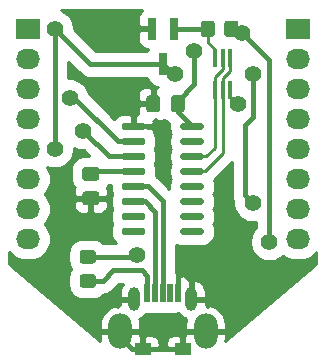
<source format=gbr>
G04 #@! TF.GenerationSoftware,KiCad,Pcbnew,5.1.10-88a1d61d58~90~ubuntu20.04.1*
G04 #@! TF.CreationDate,2021-08-10T18:40:43-04:00*
G04 #@! TF.ProjectId,ESP32-CAM-USB-Flasher,45535033-322d-4434-914d-2d5553422d46,rev?*
G04 #@! TF.SameCoordinates,PX354a940PY6350ce0*
G04 #@! TF.FileFunction,Copper,L1,Top*
G04 #@! TF.FilePolarity,Positive*
%FSLAX46Y46*%
G04 Gerber Fmt 4.6, Leading zero omitted, Abs format (unit mm)*
G04 Created by KiCad (PCBNEW 5.1.10-88a1d61d58~90~ubuntu20.04.1) date 2021-08-10 18:40:43*
%MOMM*%
%LPD*%
G01*
G04 APERTURE LIST*
G04 #@! TA.AperFunction,ComponentPad*
%ADD10O,2.032000X1.727200*%
G04 #@! TD*
G04 #@! TA.AperFunction,ComponentPad*
%ADD11R,2.032000X1.727200*%
G04 #@! TD*
G04 #@! TA.AperFunction,SMDPad,CuDef*
%ADD12R,0.800000X1.900000*%
G04 #@! TD*
G04 #@! TA.AperFunction,SMDPad,CuDef*
%ADD13R,0.400000X1.500000*%
G04 #@! TD*
G04 #@! TA.AperFunction,ComponentPad*
%ADD14O,2.000000X3.000000*%
G04 #@! TD*
G04 #@! TA.AperFunction,ComponentPad*
%ADD15O,1.000000X2.000000*%
G04 #@! TD*
G04 #@! TA.AperFunction,SMDPad,CuDef*
%ADD16R,0.500000X1.600000*%
G04 #@! TD*
G04 #@! TA.AperFunction,SMDPad,CuDef*
%ADD17R,1.400000X1.000000*%
G04 #@! TD*
G04 #@! TA.AperFunction,ViaPad*
%ADD18C,1.400000*%
G04 #@! TD*
G04 #@! TA.AperFunction,Conductor*
%ADD19C,0.400000*%
G04 #@! TD*
G04 #@! TA.AperFunction,Conductor*
%ADD20C,0.250000*%
G04 #@! TD*
G04 #@! TA.AperFunction,Conductor*
%ADD21C,0.254000*%
G04 #@! TD*
G04 #@! TA.AperFunction,Conductor*
%ADD22C,0.050000*%
G04 #@! TD*
G04 APERTURE END LIST*
D10*
G04 #@! TO.P,J3,8*
G04 #@! TO.N,+5V*
X25400000Y10160000D03*
G04 #@! TO.P,J3,7*
G04 #@! TO.N,Net-(J1-Pad1)*
X25400000Y12700000D03*
G04 #@! TO.P,J3,6*
G04 #@! TO.N,N/C*
X25400000Y15240000D03*
G04 #@! TO.P,J3,5*
X25400000Y17780000D03*
G04 #@! TO.P,J3,4*
X25400000Y20320000D03*
G04 #@! TO.P,J3,3*
X25400000Y22860000D03*
G04 #@! TO.P,J3,2*
X25400000Y25400000D03*
D11*
G04 #@! TO.P,J3,1*
X25400000Y27940000D03*
G04 #@! TD*
D10*
G04 #@! TO.P,J1,8*
G04 #@! TO.N,N/C*
X2540000Y10160000D03*
G04 #@! TO.P,J1,7*
X2540000Y12700000D03*
G04 #@! TO.P,J1,6*
G04 #@! TO.N,/GPIO0*
X2540000Y15240000D03*
G04 #@! TO.P,J1,5*
G04 #@! TO.N,Net-(J1-Pad1)*
X2540000Y17780000D03*
G04 #@! TO.P,J1,4*
G04 #@! TO.N,N/C*
X2540000Y20320000D03*
G04 #@! TO.P,J1,3*
G04 #@! TO.N,/URXD*
X2540000Y22860000D03*
G04 #@! TO.P,J1,2*
G04 #@! TO.N,/UTXD*
X2540000Y25400000D03*
D11*
G04 #@! TO.P,J1,1*
G04 #@! TO.N,Net-(J1-Pad1)*
X2540000Y27940000D03*
G04 #@! TD*
G04 #@! TO.P,U1,16*
G04 #@! TO.N,+5V*
G04 #@! TA.AperFunction,SMDPad,CuDef*
G36*
G01*
X15470000Y19535000D02*
X15470000Y19835000D01*
G75*
G02*
X15620000Y19985000I150000J0D01*
G01*
X17270000Y19985000D01*
G75*
G02*
X17420000Y19835000I0J-150000D01*
G01*
X17420000Y19535000D01*
G75*
G02*
X17270000Y19385000I-150000J0D01*
G01*
X15620000Y19385000D01*
G75*
G02*
X15470000Y19535000I0J150000D01*
G01*
G37*
G04 #@! TD.AperFunction*
G04 #@! TO.P,U1,15*
G04 #@! TO.N,N/C*
G04 #@! TA.AperFunction,SMDPad,CuDef*
G36*
G01*
X15470000Y18265000D02*
X15470000Y18565000D01*
G75*
G02*
X15620000Y18715000I150000J0D01*
G01*
X17270000Y18715000D01*
G75*
G02*
X17420000Y18565000I0J-150000D01*
G01*
X17420000Y18265000D01*
G75*
G02*
X17270000Y18115000I-150000J0D01*
G01*
X15620000Y18115000D01*
G75*
G02*
X15470000Y18265000I0J150000D01*
G01*
G37*
G04 #@! TD.AperFunction*
G04 #@! TO.P,U1,14*
G04 #@! TO.N,/RTS*
G04 #@! TA.AperFunction,SMDPad,CuDef*
G36*
G01*
X15470000Y16995000D02*
X15470000Y17295000D01*
G75*
G02*
X15620000Y17445000I150000J0D01*
G01*
X17270000Y17445000D01*
G75*
G02*
X17420000Y17295000I0J-150000D01*
G01*
X17420000Y16995000D01*
G75*
G02*
X17270000Y16845000I-150000J0D01*
G01*
X15620000Y16845000D01*
G75*
G02*
X15470000Y16995000I0J150000D01*
G01*
G37*
G04 #@! TD.AperFunction*
G04 #@! TO.P,U1,13*
G04 #@! TO.N,/DTR*
G04 #@! TA.AperFunction,SMDPad,CuDef*
G36*
G01*
X15470000Y15725000D02*
X15470000Y16025000D01*
G75*
G02*
X15620000Y16175000I150000J0D01*
G01*
X17270000Y16175000D01*
G75*
G02*
X17420000Y16025000I0J-150000D01*
G01*
X17420000Y15725000D01*
G75*
G02*
X17270000Y15575000I-150000J0D01*
G01*
X15620000Y15575000D01*
G75*
G02*
X15470000Y15725000I0J150000D01*
G01*
G37*
G04 #@! TD.AperFunction*
G04 #@! TO.P,U1,12*
G04 #@! TO.N,N/C*
G04 #@! TA.AperFunction,SMDPad,CuDef*
G36*
G01*
X15470000Y14455000D02*
X15470000Y14755000D01*
G75*
G02*
X15620000Y14905000I150000J0D01*
G01*
X17270000Y14905000D01*
G75*
G02*
X17420000Y14755000I0J-150000D01*
G01*
X17420000Y14455000D01*
G75*
G02*
X17270000Y14305000I-150000J0D01*
G01*
X15620000Y14305000D01*
G75*
G02*
X15470000Y14455000I0J150000D01*
G01*
G37*
G04 #@! TD.AperFunction*
G04 #@! TO.P,U1,11*
G04 #@! TA.AperFunction,SMDPad,CuDef*
G36*
G01*
X15470000Y13185000D02*
X15470000Y13485000D01*
G75*
G02*
X15620000Y13635000I150000J0D01*
G01*
X17270000Y13635000D01*
G75*
G02*
X17420000Y13485000I0J-150000D01*
G01*
X17420000Y13185000D01*
G75*
G02*
X17270000Y13035000I-150000J0D01*
G01*
X15620000Y13035000D01*
G75*
G02*
X15470000Y13185000I0J150000D01*
G01*
G37*
G04 #@! TD.AperFunction*
G04 #@! TO.P,U1,10*
G04 #@! TA.AperFunction,SMDPad,CuDef*
G36*
G01*
X15470000Y11915000D02*
X15470000Y12215000D01*
G75*
G02*
X15620000Y12365000I150000J0D01*
G01*
X17270000Y12365000D01*
G75*
G02*
X17420000Y12215000I0J-150000D01*
G01*
X17420000Y11915000D01*
G75*
G02*
X17270000Y11765000I-150000J0D01*
G01*
X15620000Y11765000D01*
G75*
G02*
X15470000Y11915000I0J150000D01*
G01*
G37*
G04 #@! TD.AperFunction*
G04 #@! TO.P,U1,9*
G04 #@! TA.AperFunction,SMDPad,CuDef*
G36*
G01*
X15470000Y10645000D02*
X15470000Y10945000D01*
G75*
G02*
X15620000Y11095000I150000J0D01*
G01*
X17270000Y11095000D01*
G75*
G02*
X17420000Y10945000I0J-150000D01*
G01*
X17420000Y10645000D01*
G75*
G02*
X17270000Y10495000I-150000J0D01*
G01*
X15620000Y10495000D01*
G75*
G02*
X15470000Y10645000I0J150000D01*
G01*
G37*
G04 #@! TD.AperFunction*
G04 #@! TO.P,U1,8*
G04 #@! TA.AperFunction,SMDPad,CuDef*
G36*
G01*
X10520000Y10645000D02*
X10520000Y10945000D01*
G75*
G02*
X10670000Y11095000I150000J0D01*
G01*
X12320000Y11095000D01*
G75*
G02*
X12470000Y10945000I0J-150000D01*
G01*
X12470000Y10645000D01*
G75*
G02*
X12320000Y10495000I-150000J0D01*
G01*
X10670000Y10495000D01*
G75*
G02*
X10520000Y10645000I0J150000D01*
G01*
G37*
G04 #@! TD.AperFunction*
G04 #@! TO.P,U1,7*
G04 #@! TA.AperFunction,SMDPad,CuDef*
G36*
G01*
X10520000Y11915000D02*
X10520000Y12215000D01*
G75*
G02*
X10670000Y12365000I150000J0D01*
G01*
X12320000Y12365000D01*
G75*
G02*
X12470000Y12215000I0J-150000D01*
G01*
X12470000Y11915000D01*
G75*
G02*
X12320000Y11765000I-150000J0D01*
G01*
X10670000Y11765000D01*
G75*
G02*
X10520000Y11915000I0J150000D01*
G01*
G37*
G04 #@! TD.AperFunction*
G04 #@! TO.P,U1,6*
G04 #@! TO.N,/D-*
G04 #@! TA.AperFunction,SMDPad,CuDef*
G36*
G01*
X10520000Y13185000D02*
X10520000Y13485000D01*
G75*
G02*
X10670000Y13635000I150000J0D01*
G01*
X12320000Y13635000D01*
G75*
G02*
X12470000Y13485000I0J-150000D01*
G01*
X12470000Y13185000D01*
G75*
G02*
X12320000Y13035000I-150000J0D01*
G01*
X10670000Y13035000D01*
G75*
G02*
X10520000Y13185000I0J150000D01*
G01*
G37*
G04 #@! TD.AperFunction*
G04 #@! TO.P,U1,5*
G04 #@! TO.N,/D+*
G04 #@! TA.AperFunction,SMDPad,CuDef*
G36*
G01*
X10520000Y14455000D02*
X10520000Y14755000D01*
G75*
G02*
X10670000Y14905000I150000J0D01*
G01*
X12320000Y14905000D01*
G75*
G02*
X12470000Y14755000I0J-150000D01*
G01*
X12470000Y14455000D01*
G75*
G02*
X12320000Y14305000I-150000J0D01*
G01*
X10670000Y14305000D01*
G75*
G02*
X10520000Y14455000I0J150000D01*
G01*
G37*
G04 #@! TD.AperFunction*
G04 #@! TO.P,U1,4*
G04 #@! TO.N,Net-(C1-Pad2)*
G04 #@! TA.AperFunction,SMDPad,CuDef*
G36*
G01*
X10520000Y15725000D02*
X10520000Y16025000D01*
G75*
G02*
X10670000Y16175000I150000J0D01*
G01*
X12320000Y16175000D01*
G75*
G02*
X12470000Y16025000I0J-150000D01*
G01*
X12470000Y15725000D01*
G75*
G02*
X12320000Y15575000I-150000J0D01*
G01*
X10670000Y15575000D01*
G75*
G02*
X10520000Y15725000I0J150000D01*
G01*
G37*
G04 #@! TD.AperFunction*
G04 #@! TO.P,U1,3*
G04 #@! TO.N,/UTXD*
G04 #@! TA.AperFunction,SMDPad,CuDef*
G36*
G01*
X10520000Y16995000D02*
X10520000Y17295000D01*
G75*
G02*
X10670000Y17445000I150000J0D01*
G01*
X12320000Y17445000D01*
G75*
G02*
X12470000Y17295000I0J-150000D01*
G01*
X12470000Y16995000D01*
G75*
G02*
X12320000Y16845000I-150000J0D01*
G01*
X10670000Y16845000D01*
G75*
G02*
X10520000Y16995000I0J150000D01*
G01*
G37*
G04 #@! TD.AperFunction*
G04 #@! TO.P,U1,2*
G04 #@! TO.N,/URXD*
G04 #@! TA.AperFunction,SMDPad,CuDef*
G36*
G01*
X10520000Y18265000D02*
X10520000Y18565000D01*
G75*
G02*
X10670000Y18715000I150000J0D01*
G01*
X12320000Y18715000D01*
G75*
G02*
X12470000Y18565000I0J-150000D01*
G01*
X12470000Y18265000D01*
G75*
G02*
X12320000Y18115000I-150000J0D01*
G01*
X10670000Y18115000D01*
G75*
G02*
X10520000Y18265000I0J150000D01*
G01*
G37*
G04 #@! TD.AperFunction*
G04 #@! TO.P,U1,1*
G04 #@! TO.N,GND*
G04 #@! TA.AperFunction,SMDPad,CuDef*
G36*
G01*
X10520000Y19535000D02*
X10520000Y19835000D01*
G75*
G02*
X10670000Y19985000I150000J0D01*
G01*
X12320000Y19985000D01*
G75*
G02*
X12470000Y19835000I0J-150000D01*
G01*
X12470000Y19535000D01*
G75*
G02*
X12320000Y19385000I-150000J0D01*
G01*
X10670000Y19385000D01*
G75*
G02*
X10520000Y19535000I0J150000D01*
G01*
G37*
G04 #@! TD.AperFunction*
G04 #@! TD*
G04 #@! TO.P,R1,2*
G04 #@! TO.N,/RST*
G04 #@! TA.AperFunction,SMDPad,CuDef*
G36*
G01*
X18380000Y28390001D02*
X18380000Y27489999D01*
G75*
G02*
X18130001Y27240000I-249999J0D01*
G01*
X17429999Y27240000D01*
G75*
G02*
X17180000Y27489999I0J249999D01*
G01*
X17180000Y28390001D01*
G75*
G02*
X17429999Y28640000I249999J0D01*
G01*
X18130001Y28640000D01*
G75*
G02*
X18380000Y28390001I0J-249999D01*
G01*
G37*
G04 #@! TD.AperFunction*
G04 #@! TO.P,R1,1*
G04 #@! TO.N,+5V*
G04 #@! TA.AperFunction,SMDPad,CuDef*
G36*
G01*
X20380000Y28390001D02*
X20380000Y27489999D01*
G75*
G02*
X20130001Y27240000I-249999J0D01*
G01*
X19429999Y27240000D01*
G75*
G02*
X19180000Y27489999I0J249999D01*
G01*
X19180000Y28390001D01*
G75*
G02*
X19429999Y28640000I249999J0D01*
G01*
X20130001Y28640000D01*
G75*
G02*
X20380000Y28390001I0J-249999D01*
G01*
G37*
G04 #@! TD.AperFunction*
G04 #@! TD*
D12*
G04 #@! TO.P,Q2,3*
G04 #@! TO.N,Net-(J1-Pad1)*
X13970000Y24940000D03*
G04 #@! TO.P,Q2,2*
G04 #@! TO.N,GND*
X13020000Y27940000D03*
G04 #@! TO.P,Q2,1*
G04 #@! TO.N,/RST*
X14920000Y27940000D03*
G04 #@! TD*
D13*
G04 #@! TO.P,Q1,6*
G04 #@! TO.N,/RST*
X18400000Y25460000D03*
G04 #@! TO.P,Q1,5*
G04 #@! TO.N,/RTS*
X19050000Y25460000D03*
G04 #@! TO.P,Q1,4*
G04 #@! TO.N,/DTR*
X19700000Y25460000D03*
G04 #@! TO.P,Q1,3*
G04 #@! TO.N,/GPIO0*
X19700000Y22800000D03*
G04 #@! TO.P,Q1,2*
G04 #@! TO.N,/DTR*
X19050000Y22800000D03*
G04 #@! TO.P,Q1,1*
G04 #@! TO.N,/RTS*
X18400000Y22800000D03*
G04 #@! TD*
D14*
G04 #@! TO.P,J2,6*
G04 #@! TO.N,GND*
X10345000Y2350000D03*
D15*
X11545000Y5030000D03*
X16395000Y5030000D03*
D16*
G04 #@! TO.P,J2,1*
G04 #@! TO.N,Net-(F1-Pad2)*
X12670000Y5550000D03*
G04 #@! TO.P,J2,2*
G04 #@! TO.N,/D-*
X13320000Y5550000D03*
G04 #@! TO.P,J2,5*
G04 #@! TO.N,GND*
X15270000Y5550000D03*
G04 #@! TO.P,J2,4*
G04 #@! TO.N,N/C*
X14620000Y5550000D03*
G04 #@! TO.P,J2,3*
G04 #@! TO.N,/D+*
X13970000Y5550000D03*
D14*
G04 #@! TO.P,J2,6*
G04 #@! TO.N,GND*
X17595000Y2350000D03*
D17*
X12270000Y800000D03*
X15670000Y800000D03*
G04 #@! TD*
G04 #@! TO.P,F1,2*
G04 #@! TO.N,Net-(F1-Pad2)*
G04 #@! TA.AperFunction,SMDPad,CuDef*
G36*
G01*
X7169999Y7170000D02*
X8070001Y7170000D01*
G75*
G02*
X8320000Y6920001I0J-249999D01*
G01*
X8320000Y6269999D01*
G75*
G02*
X8070001Y6020000I-249999J0D01*
G01*
X7169999Y6020000D01*
G75*
G02*
X6920000Y6269999I0J249999D01*
G01*
X6920000Y6920001D01*
G75*
G02*
X7169999Y7170000I249999J0D01*
G01*
G37*
G04 #@! TD.AperFunction*
G04 #@! TO.P,F1,1*
G04 #@! TO.N,+5V*
G04 #@! TA.AperFunction,SMDPad,CuDef*
G36*
G01*
X7169999Y9220000D02*
X8070001Y9220000D01*
G75*
G02*
X8320000Y8970001I0J-249999D01*
G01*
X8320000Y8319999D01*
G75*
G02*
X8070001Y8070000I-249999J0D01*
G01*
X7169999Y8070000D01*
G75*
G02*
X6920000Y8319999I0J249999D01*
G01*
X6920000Y8970001D01*
G75*
G02*
X7169999Y9220000I249999J0D01*
G01*
G37*
G04 #@! TD.AperFunction*
G04 #@! TD*
G04 #@! TO.P,C2,2*
G04 #@! TO.N,GND*
G04 #@! TA.AperFunction,SMDPad,CuDef*
G36*
G01*
X13752500Y22065000D02*
X13752500Y21115000D01*
G75*
G02*
X13502500Y20865000I-250000J0D01*
G01*
X12827500Y20865000D01*
G75*
G02*
X12577500Y21115000I0J250000D01*
G01*
X12577500Y22065000D01*
G75*
G02*
X12827500Y22315000I250000J0D01*
G01*
X13502500Y22315000D01*
G75*
G02*
X13752500Y22065000I0J-250000D01*
G01*
G37*
G04 #@! TD.AperFunction*
G04 #@! TO.P,C2,1*
G04 #@! TO.N,+5V*
G04 #@! TA.AperFunction,SMDPad,CuDef*
G36*
G01*
X15827500Y22065000D02*
X15827500Y21115000D01*
G75*
G02*
X15577500Y20865000I-250000J0D01*
G01*
X14902500Y20865000D01*
G75*
G02*
X14652500Y21115000I0J250000D01*
G01*
X14652500Y22065000D01*
G75*
G02*
X14902500Y22315000I250000J0D01*
G01*
X15577500Y22315000D01*
G75*
G02*
X15827500Y22065000I0J-250000D01*
G01*
G37*
G04 #@! TD.AperFunction*
G04 #@! TD*
G04 #@! TO.P,C1,2*
G04 #@! TO.N,Net-(C1-Pad2)*
G04 #@! TA.AperFunction,SMDPad,CuDef*
G36*
G01*
X8349000Y15076500D02*
X7399000Y15076500D01*
G75*
G02*
X7149000Y15326500I0J250000D01*
G01*
X7149000Y16001500D01*
G75*
G02*
X7399000Y16251500I250000J0D01*
G01*
X8349000Y16251500D01*
G75*
G02*
X8599000Y16001500I0J-250000D01*
G01*
X8599000Y15326500D01*
G75*
G02*
X8349000Y15076500I-250000J0D01*
G01*
G37*
G04 #@! TD.AperFunction*
G04 #@! TO.P,C1,1*
G04 #@! TO.N,GND*
G04 #@! TA.AperFunction,SMDPad,CuDef*
G36*
G01*
X8349000Y13001500D02*
X7399000Y13001500D01*
G75*
G02*
X7149000Y13251500I0J250000D01*
G01*
X7149000Y13926500D01*
G75*
G02*
X7399000Y14176500I250000J0D01*
G01*
X8349000Y14176500D01*
G75*
G02*
X8599000Y13926500I0J-250000D01*
G01*
X8599000Y13251500D01*
G75*
G02*
X8349000Y13001500I-250000J0D01*
G01*
G37*
G04 #@! TD.AperFunction*
G04 #@! TD*
D18*
G04 #@! TO.N,GND*
X7874000Y11557000D03*
X18669000Y5461000D03*
X11176000Y27940000D03*
X7874000Y27940000D03*
X10160000Y22479000D03*
X7874000Y3937000D03*
X13970000Y15875000D03*
X19177000Y13208000D03*
X5588000Y13462000D03*
G04 #@! TO.N,+5V*
X11811000Y8763000D03*
X16637000Y26035000D03*
X20701000Y27559000D03*
X22987000Y9906000D03*
G04 #@! TO.N,Net-(J1-Pad1)*
X4826000Y27940000D03*
X21590000Y13208000D03*
X21590000Y24130000D03*
X14986000Y24130000D03*
X4826000Y17780000D03*
G04 #@! TO.N,/URXD*
X6096000Y22098000D03*
G04 #@! TO.N,/UTXD*
X7239000Y19304000D03*
G04 #@! TO.N,/GPIO0*
X20320000Y21590000D03*
G04 #@! TD*
D19*
G04 #@! TO.N,Net-(C1-Pad2)*
X8085000Y15875000D02*
X7874000Y15664000D01*
X11495000Y15875000D02*
X8085000Y15875000D01*
G04 #@! TO.N,Net-(F1-Pad2)*
X12670000Y5550000D02*
X12670000Y7015000D01*
X12670000Y7015000D02*
X12192000Y7493000D01*
X12192000Y7493000D02*
X9779000Y7493000D01*
X8881000Y6595000D02*
X7620000Y6595000D01*
X9779000Y7493000D02*
X8881000Y6595000D01*
G04 #@! TO.N,GND*
X10345000Y2350000D02*
X10345000Y1847000D01*
X11392000Y800000D02*
X12270000Y800000D01*
X10345000Y1847000D02*
X11392000Y800000D01*
X12270000Y800000D02*
X15670000Y800000D01*
X15270000Y5550000D02*
X15270000Y7396000D01*
X15270000Y7396000D02*
X15367000Y7493000D01*
X16637000Y7493000D02*
X18669000Y5461000D01*
X15367000Y7493000D02*
X16637000Y7493000D01*
G04 #@! TO.N,+5V*
X11693000Y8645000D02*
X11811000Y8763000D01*
X7620000Y8645000D02*
X11693000Y8645000D01*
X19780000Y27940000D02*
X20320000Y27940000D01*
X15240000Y21590000D02*
X15240000Y21844000D01*
X16637000Y23241000D02*
X16637000Y26035000D01*
X15240000Y21844000D02*
X16637000Y23241000D01*
X20320000Y27940000D02*
X20701000Y27559000D01*
X15240000Y20890000D02*
X16445000Y19685000D01*
X15240000Y21590000D02*
X15240000Y20890000D01*
X22987000Y25273000D02*
X20701000Y27559000D01*
X22987000Y9906000D02*
X22987000Y25273000D01*
G04 #@! TO.N,Net-(J1-Pad1)*
X14780000Y24130000D02*
X13970000Y24940000D01*
X14986000Y24130000D02*
X14780000Y24130000D01*
X4826000Y25146000D02*
X4826000Y27940000D01*
X4826000Y17780000D02*
X4826000Y25146000D01*
X20955000Y19812000D02*
X21590000Y20447000D01*
X21590000Y20447000D02*
X21590000Y24130000D01*
X20955000Y13843000D02*
X20955000Y19812000D01*
X21590000Y13208000D02*
X20955000Y13843000D01*
X13970000Y24940000D02*
X7826000Y24940000D01*
X7826000Y24940000D02*
X4826000Y27940000D01*
G04 #@! TO.N,/URXD*
X10160000Y18415000D02*
X11495000Y18415000D01*
X6477000Y22098000D02*
X10160000Y18415000D01*
X6096000Y22098000D02*
X6477000Y22098000D01*
G04 #@! TO.N,/UTXD*
X7239000Y19304000D02*
X9398000Y17145000D01*
X9398000Y17145000D02*
X11495000Y17145000D01*
G04 #@! TO.N,/D-*
X13320000Y5550000D02*
X13320000Y12461000D01*
X12446000Y13335000D02*
X11495000Y13335000D01*
X13320000Y12461000D02*
X12446000Y13335000D01*
G04 #@! TO.N,/D+*
X13970000Y5550000D02*
X13970000Y13335000D01*
X12700000Y14605000D02*
X11495000Y14605000D01*
X13970000Y13335000D02*
X12700000Y14605000D01*
D20*
G04 #@! TO.N,/RST*
X18400000Y25460000D02*
X18400000Y26177000D01*
X17780000Y26797000D02*
X17780000Y27940000D01*
X18400000Y26177000D02*
X17780000Y26797000D01*
D19*
X17780000Y27940000D02*
X14920000Y27940000D01*
D20*
G04 #@! TO.N,/RTS*
X16445000Y17145000D02*
X17653000Y17145000D01*
X18400000Y17892000D02*
X18400000Y22800000D01*
X17653000Y17145000D02*
X18400000Y17892000D01*
X18400000Y22800000D02*
X18400000Y23861000D01*
X19050000Y24511000D02*
X19050000Y25460000D01*
X18400000Y23861000D02*
X19050000Y24511000D01*
G04 #@! TO.N,/DTR*
X16445000Y15875000D02*
X17526000Y15875000D01*
X19050000Y17399000D02*
X19050000Y22800000D01*
X17526000Y15875000D02*
X19050000Y17399000D01*
X19050000Y22800000D02*
X19050000Y23749000D01*
X19700000Y24399000D02*
X19700000Y25460000D01*
X19050000Y23749000D02*
X19700000Y24399000D01*
G04 #@! TO.N,/GPIO0*
X19700000Y22210000D02*
X20320000Y21590000D01*
X19700000Y22800000D02*
X19700000Y22210000D01*
G04 #@! TD*
D21*
G04 #@! TO.N,GND*
X6758588Y17720293D02*
X7076785Y17657000D01*
X7263898Y17657000D01*
X7717815Y17203082D01*
X7399000Y17203082D01*
X7164583Y17179994D01*
X6939174Y17111617D01*
X6731437Y17000579D01*
X6549353Y16851147D01*
X6399921Y16669063D01*
X6288883Y16461326D01*
X6220506Y16235917D01*
X6197418Y16001500D01*
X6197418Y15326500D01*
X6220506Y15092083D01*
X6288883Y14866674D01*
X6399921Y14658937D01*
X6510506Y14524188D01*
X6474089Y14456057D01*
X6432519Y14319017D01*
X6418482Y14176500D01*
X6422000Y13897750D01*
X6603750Y13716000D01*
X7747000Y13716000D01*
X7747000Y13736000D01*
X8001000Y13736000D01*
X8001000Y13716000D01*
X9144250Y13716000D01*
X9326000Y13897750D01*
X9329518Y14176500D01*
X9315481Y14319017D01*
X9273911Y14456057D01*
X9237494Y14524188D01*
X9348079Y14658937D01*
X9384994Y14728000D01*
X9568418Y14728000D01*
X9568418Y14455000D01*
X9589585Y14240092D01*
X9652271Y14033443D01*
X9686182Y13970000D01*
X9652271Y13906557D01*
X9589585Y13699908D01*
X9568418Y13485000D01*
X9568418Y13185000D01*
X9589585Y12970092D01*
X9652271Y12763443D01*
X9686182Y12700000D01*
X9652271Y12636557D01*
X9589585Y12429908D01*
X9568418Y12215000D01*
X9568418Y11915000D01*
X9589585Y11700092D01*
X9652271Y11493443D01*
X9686182Y11430000D01*
X9652271Y11366557D01*
X9589585Y11159908D01*
X9568418Y10945000D01*
X9568418Y10645000D01*
X9589585Y10430092D01*
X9652271Y10223443D01*
X9754068Y10032994D01*
X9891064Y9866064D01*
X9981311Y9792000D01*
X8942336Y9792000D01*
X8919647Y9819647D01*
X8737564Y9969079D01*
X8529826Y10080117D01*
X8304418Y10148494D01*
X8070001Y10171582D01*
X7169999Y10171582D01*
X6935582Y10148494D01*
X6710174Y10080117D01*
X6502436Y9969079D01*
X6320353Y9819647D01*
X6170921Y9637564D01*
X6059883Y9429826D01*
X5991506Y9204418D01*
X5968418Y8970001D01*
X5968418Y8319999D01*
X5991506Y8085582D01*
X6059883Y7860174D01*
X6170921Y7652436D01*
X6197541Y7620000D01*
X6170921Y7587564D01*
X6059883Y7379826D01*
X5991506Y7154418D01*
X5968418Y6920001D01*
X5968418Y6269999D01*
X5991506Y6035582D01*
X6059883Y5810174D01*
X6170921Y5602436D01*
X6320353Y5420353D01*
X6502436Y5270921D01*
X6710174Y5159883D01*
X6935582Y5091506D01*
X7169999Y5068418D01*
X8070001Y5068418D01*
X8304418Y5091506D01*
X8529826Y5159883D01*
X8737564Y5270921D01*
X8919647Y5420353D01*
X8942776Y5448535D01*
X9105851Y5464597D01*
X9322061Y5530184D01*
X9521322Y5636691D01*
X9695975Y5780025D01*
X9731892Y5823790D01*
X10254103Y6346000D01*
X10624349Y6346000D01*
X10595345Y6317282D01*
X10460001Y6116886D01*
X10366353Y5893936D01*
X10318000Y5657000D01*
X10318000Y5157000D01*
X11418000Y5157000D01*
X11418000Y5177000D01*
X11468418Y5177000D01*
X11468418Y4883000D01*
X11418000Y4883000D01*
X11418000Y4903000D01*
X10318000Y4903000D01*
X10318000Y4577000D01*
X10217998Y4577000D01*
X10217998Y4390023D01*
X9950133Y4531252D01*
X9801438Y4494139D01*
X9491127Y4356504D01*
X9213630Y4160975D01*
X8979610Y3915066D01*
X8798061Y3628227D01*
X8675960Y3311481D01*
X8618000Y2977000D01*
X8618000Y2477000D01*
X10218000Y2477000D01*
X10218000Y2497000D01*
X10472000Y2497000D01*
X10472000Y2477000D01*
X12072000Y2477000D01*
X12072000Y2977000D01*
X12014040Y3311481D01*
X11986054Y3384080D01*
X12121088Y3439229D01*
X12322817Y3572577D01*
X12494655Y3742718D01*
X12532274Y3798418D01*
X12920000Y3798418D01*
X12995000Y3805805D01*
X13070000Y3798418D01*
X13570000Y3798418D01*
X13645000Y3805805D01*
X13720000Y3798418D01*
X14220000Y3798418D01*
X14295000Y3805805D01*
X14370000Y3798418D01*
X14870000Y3798418D01*
X15055644Y3816702D01*
X15234155Y3870853D01*
X15325742Y3919807D01*
X15445345Y3742718D01*
X15617183Y3572577D01*
X15818912Y3439229D01*
X15953946Y3384080D01*
X15925960Y3311481D01*
X15868000Y2977000D01*
X15868000Y2477000D01*
X17468000Y2477000D01*
X17468000Y2497000D01*
X17722000Y2497000D01*
X17722000Y2477000D01*
X19322000Y2477000D01*
X19322000Y2977000D01*
X19264040Y3311481D01*
X19141939Y3628227D01*
X18960390Y3915066D01*
X18726370Y4160975D01*
X18448873Y4356504D01*
X18138562Y4494139D01*
X17989867Y4531252D01*
X17722002Y4390023D01*
X17722002Y4577000D01*
X17622000Y4577000D01*
X17622000Y4903000D01*
X16522000Y4903000D01*
X16522000Y4883000D01*
X16268000Y4883000D01*
X16268000Y4903000D01*
X16249366Y4903000D01*
X16248000Y5098253D01*
X16248000Y5157000D01*
X16268000Y5157000D01*
X16268000Y6567506D01*
X16522000Y6567506D01*
X16522000Y5157000D01*
X17622000Y5157000D01*
X17622000Y5657000D01*
X17573647Y5893936D01*
X17479999Y6116886D01*
X17344655Y6317282D01*
X17172817Y6487423D01*
X16971088Y6620771D01*
X16747220Y6712201D01*
X16711351Y6715518D01*
X16522000Y6567506D01*
X16268000Y6567506D01*
X16196267Y6623578D01*
X16136782Y6741455D01*
X16048562Y6854261D01*
X15940029Y6947689D01*
X15815355Y7018148D01*
X15679330Y7062931D01*
X15574750Y7077000D01*
X15530649Y7032899D01*
X15398671Y7141212D01*
X15234155Y7229147D01*
X15117000Y7264686D01*
X15117000Y9670803D01*
X15198443Y9627271D01*
X15405092Y9564585D01*
X15620000Y9543418D01*
X17270000Y9543418D01*
X17484908Y9564585D01*
X17691557Y9627271D01*
X17882006Y9729068D01*
X18048936Y9866064D01*
X18185932Y10032994D01*
X18287729Y10223443D01*
X18350415Y10430092D01*
X18371582Y10645000D01*
X18371582Y10945000D01*
X18350415Y11159908D01*
X18287729Y11366557D01*
X18253818Y11430000D01*
X18287729Y11493443D01*
X18350415Y11700092D01*
X18371582Y11915000D01*
X18371582Y12215000D01*
X18350415Y12429908D01*
X18287729Y12636557D01*
X18253818Y12700000D01*
X18287729Y12763443D01*
X18350415Y12970092D01*
X18371582Y13185000D01*
X18371582Y13485000D01*
X18350415Y13699908D01*
X18287729Y13906557D01*
X18253818Y13970000D01*
X18287729Y14033443D01*
X18350415Y14240092D01*
X18371582Y14455000D01*
X18371582Y14755000D01*
X18350415Y14969908D01*
X18301724Y15130420D01*
X18321257Y15154221D01*
X19770784Y16603747D01*
X19808000Y16634289D01*
X19808000Y13899329D01*
X19802452Y13843000D01*
X19808000Y13786671D01*
X19808000Y13786661D01*
X19824597Y13618150D01*
X19890184Y13401940D01*
X19943000Y13303128D01*
X19943000Y13045785D01*
X20006293Y12727588D01*
X20130448Y12427853D01*
X20310692Y12158099D01*
X20540099Y11928692D01*
X20809853Y11748448D01*
X21109588Y11624293D01*
X21427785Y11561000D01*
X21752215Y11561000D01*
X21840000Y11578461D01*
X21840000Y11088209D01*
X21707692Y10955901D01*
X21527448Y10686147D01*
X21403293Y10386412D01*
X21340000Y10068215D01*
X21340000Y9743785D01*
X21403293Y9425588D01*
X21527448Y9125853D01*
X21707692Y8856099D01*
X21937099Y8626692D01*
X22206853Y8446448D01*
X22506588Y8322293D01*
X22824785Y8259000D01*
X23149215Y8259000D01*
X23467412Y8322293D01*
X23767147Y8446448D01*
X24036901Y8626692D01*
X24138310Y8728101D01*
X24236818Y8647257D01*
X24551361Y8479131D01*
X24892660Y8375598D01*
X25158657Y8349400D01*
X25641343Y8349400D01*
X25907340Y8375598D01*
X26248639Y8479131D01*
X26563182Y8647257D01*
X26838882Y8873518D01*
X26968000Y9030849D01*
X26968000Y8067057D01*
X19279332Y1476770D01*
X19322000Y1723000D01*
X19322000Y2223000D01*
X17722000Y2223000D01*
X17722000Y2203000D01*
X17468000Y2203000D01*
X17468000Y2223000D01*
X15868000Y2223000D01*
X15868000Y1916250D01*
X15797000Y1845250D01*
X15797000Y972000D01*
X15543000Y972000D01*
X15543000Y1845250D01*
X15361250Y2027000D01*
X14970000Y2030518D01*
X14827483Y2016481D01*
X14690443Y1974911D01*
X14564146Y1907404D01*
X14453446Y1816554D01*
X14362596Y1705854D01*
X14295089Y1579557D01*
X14253519Y1442517D01*
X14239482Y1300000D01*
X14243000Y1108750D01*
X14379750Y972000D01*
X13560250Y972000D01*
X13697000Y1108750D01*
X13700518Y1300000D01*
X13686481Y1442517D01*
X13644911Y1579557D01*
X13577404Y1705854D01*
X13486554Y1816554D01*
X13375854Y1907404D01*
X13249557Y1974911D01*
X13112517Y2016481D01*
X12970000Y2030518D01*
X12578750Y2027000D01*
X12397000Y1845250D01*
X12397000Y972000D01*
X12143000Y972000D01*
X12143000Y1845250D01*
X12072000Y1916250D01*
X12072000Y2223000D01*
X10472000Y2223000D01*
X10472000Y2203000D01*
X10218000Y2203000D01*
X10218000Y2223000D01*
X8618000Y2223000D01*
X8618000Y1723000D01*
X8660667Y1476770D01*
X972000Y8067055D01*
X972000Y9030849D01*
X1101118Y8873518D01*
X1376818Y8647257D01*
X1691361Y8479131D01*
X2032660Y8375598D01*
X2298657Y8349400D01*
X2781343Y8349400D01*
X3047340Y8375598D01*
X3388639Y8479131D01*
X3703182Y8647257D01*
X3978882Y8873518D01*
X4205143Y9149218D01*
X4373269Y9463761D01*
X4476802Y9805060D01*
X4511760Y10160000D01*
X4476802Y10514940D01*
X4373269Y10856239D01*
X4205143Y11170782D01*
X3992408Y11430000D01*
X4205143Y11689218D01*
X4373269Y12003761D01*
X4476802Y12345060D01*
X4511760Y12700000D01*
X4482066Y13001500D01*
X6418482Y13001500D01*
X6432519Y12858983D01*
X6474089Y12721943D01*
X6541596Y12595646D01*
X6632446Y12484946D01*
X6743146Y12394096D01*
X6869443Y12326589D01*
X7006483Y12285019D01*
X7149000Y12270982D01*
X7565250Y12274500D01*
X7747000Y12456250D01*
X7747000Y13462000D01*
X8001000Y13462000D01*
X8001000Y12456250D01*
X8182750Y12274500D01*
X8599000Y12270982D01*
X8741517Y12285019D01*
X8878557Y12326589D01*
X9004854Y12394096D01*
X9115554Y12484946D01*
X9206404Y12595646D01*
X9273911Y12721943D01*
X9315481Y12858983D01*
X9329518Y13001500D01*
X9326000Y13280250D01*
X9144250Y13462000D01*
X8001000Y13462000D01*
X7747000Y13462000D01*
X6603750Y13462000D01*
X6422000Y13280250D01*
X6418482Y13001500D01*
X4482066Y13001500D01*
X4476802Y13054940D01*
X4373269Y13396239D01*
X4205143Y13710782D01*
X3992408Y13970000D01*
X4205143Y14229218D01*
X4373269Y14543761D01*
X4476802Y14885060D01*
X4511760Y15240000D01*
X4476802Y15594940D01*
X4373269Y15936239D01*
X4205143Y16250782D01*
X4200561Y16256366D01*
X4345588Y16196293D01*
X4663785Y16133000D01*
X4988215Y16133000D01*
X5306412Y16196293D01*
X5606147Y16320448D01*
X5875901Y16500692D01*
X6105308Y16730099D01*
X6285552Y16999853D01*
X6409707Y17299588D01*
X6473000Y17617785D01*
X6473000Y17838588D01*
X6758588Y17720293D01*
G04 #@! TA.AperFunction,Conductor*
D22*
G36*
X6758588Y17720293D02*
G01*
X7076785Y17657000D01*
X7263898Y17657000D01*
X7717815Y17203082D01*
X7399000Y17203082D01*
X7164583Y17179994D01*
X6939174Y17111617D01*
X6731437Y17000579D01*
X6549353Y16851147D01*
X6399921Y16669063D01*
X6288883Y16461326D01*
X6220506Y16235917D01*
X6197418Y16001500D01*
X6197418Y15326500D01*
X6220506Y15092083D01*
X6288883Y14866674D01*
X6399921Y14658937D01*
X6510506Y14524188D01*
X6474089Y14456057D01*
X6432519Y14319017D01*
X6418482Y14176500D01*
X6422000Y13897750D01*
X6603750Y13716000D01*
X7747000Y13716000D01*
X7747000Y13736000D01*
X8001000Y13736000D01*
X8001000Y13716000D01*
X9144250Y13716000D01*
X9326000Y13897750D01*
X9329518Y14176500D01*
X9315481Y14319017D01*
X9273911Y14456057D01*
X9237494Y14524188D01*
X9348079Y14658937D01*
X9384994Y14728000D01*
X9568418Y14728000D01*
X9568418Y14455000D01*
X9589585Y14240092D01*
X9652271Y14033443D01*
X9686182Y13970000D01*
X9652271Y13906557D01*
X9589585Y13699908D01*
X9568418Y13485000D01*
X9568418Y13185000D01*
X9589585Y12970092D01*
X9652271Y12763443D01*
X9686182Y12700000D01*
X9652271Y12636557D01*
X9589585Y12429908D01*
X9568418Y12215000D01*
X9568418Y11915000D01*
X9589585Y11700092D01*
X9652271Y11493443D01*
X9686182Y11430000D01*
X9652271Y11366557D01*
X9589585Y11159908D01*
X9568418Y10945000D01*
X9568418Y10645000D01*
X9589585Y10430092D01*
X9652271Y10223443D01*
X9754068Y10032994D01*
X9891064Y9866064D01*
X9981311Y9792000D01*
X8942336Y9792000D01*
X8919647Y9819647D01*
X8737564Y9969079D01*
X8529826Y10080117D01*
X8304418Y10148494D01*
X8070001Y10171582D01*
X7169999Y10171582D01*
X6935582Y10148494D01*
X6710174Y10080117D01*
X6502436Y9969079D01*
X6320353Y9819647D01*
X6170921Y9637564D01*
X6059883Y9429826D01*
X5991506Y9204418D01*
X5968418Y8970001D01*
X5968418Y8319999D01*
X5991506Y8085582D01*
X6059883Y7860174D01*
X6170921Y7652436D01*
X6197541Y7620000D01*
X6170921Y7587564D01*
X6059883Y7379826D01*
X5991506Y7154418D01*
X5968418Y6920001D01*
X5968418Y6269999D01*
X5991506Y6035582D01*
X6059883Y5810174D01*
X6170921Y5602436D01*
X6320353Y5420353D01*
X6502436Y5270921D01*
X6710174Y5159883D01*
X6935582Y5091506D01*
X7169999Y5068418D01*
X8070001Y5068418D01*
X8304418Y5091506D01*
X8529826Y5159883D01*
X8737564Y5270921D01*
X8919647Y5420353D01*
X8942776Y5448535D01*
X9105851Y5464597D01*
X9322061Y5530184D01*
X9521322Y5636691D01*
X9695975Y5780025D01*
X9731892Y5823790D01*
X10254103Y6346000D01*
X10624349Y6346000D01*
X10595345Y6317282D01*
X10460001Y6116886D01*
X10366353Y5893936D01*
X10318000Y5657000D01*
X10318000Y5157000D01*
X11418000Y5157000D01*
X11418000Y5177000D01*
X11468418Y5177000D01*
X11468418Y4883000D01*
X11418000Y4883000D01*
X11418000Y4903000D01*
X10318000Y4903000D01*
X10318000Y4577000D01*
X10217998Y4577000D01*
X10217998Y4390023D01*
X9950133Y4531252D01*
X9801438Y4494139D01*
X9491127Y4356504D01*
X9213630Y4160975D01*
X8979610Y3915066D01*
X8798061Y3628227D01*
X8675960Y3311481D01*
X8618000Y2977000D01*
X8618000Y2477000D01*
X10218000Y2477000D01*
X10218000Y2497000D01*
X10472000Y2497000D01*
X10472000Y2477000D01*
X12072000Y2477000D01*
X12072000Y2977000D01*
X12014040Y3311481D01*
X11986054Y3384080D01*
X12121088Y3439229D01*
X12322817Y3572577D01*
X12494655Y3742718D01*
X12532274Y3798418D01*
X12920000Y3798418D01*
X12995000Y3805805D01*
X13070000Y3798418D01*
X13570000Y3798418D01*
X13645000Y3805805D01*
X13720000Y3798418D01*
X14220000Y3798418D01*
X14295000Y3805805D01*
X14370000Y3798418D01*
X14870000Y3798418D01*
X15055644Y3816702D01*
X15234155Y3870853D01*
X15325742Y3919807D01*
X15445345Y3742718D01*
X15617183Y3572577D01*
X15818912Y3439229D01*
X15953946Y3384080D01*
X15925960Y3311481D01*
X15868000Y2977000D01*
X15868000Y2477000D01*
X17468000Y2477000D01*
X17468000Y2497000D01*
X17722000Y2497000D01*
X17722000Y2477000D01*
X19322000Y2477000D01*
X19322000Y2977000D01*
X19264040Y3311481D01*
X19141939Y3628227D01*
X18960390Y3915066D01*
X18726370Y4160975D01*
X18448873Y4356504D01*
X18138562Y4494139D01*
X17989867Y4531252D01*
X17722002Y4390023D01*
X17722002Y4577000D01*
X17622000Y4577000D01*
X17622000Y4903000D01*
X16522000Y4903000D01*
X16522000Y4883000D01*
X16268000Y4883000D01*
X16268000Y4903000D01*
X16249366Y4903000D01*
X16248000Y5098253D01*
X16248000Y5157000D01*
X16268000Y5157000D01*
X16268000Y6567506D01*
X16522000Y6567506D01*
X16522000Y5157000D01*
X17622000Y5157000D01*
X17622000Y5657000D01*
X17573647Y5893936D01*
X17479999Y6116886D01*
X17344655Y6317282D01*
X17172817Y6487423D01*
X16971088Y6620771D01*
X16747220Y6712201D01*
X16711351Y6715518D01*
X16522000Y6567506D01*
X16268000Y6567506D01*
X16196267Y6623578D01*
X16136782Y6741455D01*
X16048562Y6854261D01*
X15940029Y6947689D01*
X15815355Y7018148D01*
X15679330Y7062931D01*
X15574750Y7077000D01*
X15530649Y7032899D01*
X15398671Y7141212D01*
X15234155Y7229147D01*
X15117000Y7264686D01*
X15117000Y9670803D01*
X15198443Y9627271D01*
X15405092Y9564585D01*
X15620000Y9543418D01*
X17270000Y9543418D01*
X17484908Y9564585D01*
X17691557Y9627271D01*
X17882006Y9729068D01*
X18048936Y9866064D01*
X18185932Y10032994D01*
X18287729Y10223443D01*
X18350415Y10430092D01*
X18371582Y10645000D01*
X18371582Y10945000D01*
X18350415Y11159908D01*
X18287729Y11366557D01*
X18253818Y11430000D01*
X18287729Y11493443D01*
X18350415Y11700092D01*
X18371582Y11915000D01*
X18371582Y12215000D01*
X18350415Y12429908D01*
X18287729Y12636557D01*
X18253818Y12700000D01*
X18287729Y12763443D01*
X18350415Y12970092D01*
X18371582Y13185000D01*
X18371582Y13485000D01*
X18350415Y13699908D01*
X18287729Y13906557D01*
X18253818Y13970000D01*
X18287729Y14033443D01*
X18350415Y14240092D01*
X18371582Y14455000D01*
X18371582Y14755000D01*
X18350415Y14969908D01*
X18301724Y15130420D01*
X18321257Y15154221D01*
X19770784Y16603747D01*
X19808000Y16634289D01*
X19808000Y13899329D01*
X19802452Y13843000D01*
X19808000Y13786671D01*
X19808000Y13786661D01*
X19824597Y13618150D01*
X19890184Y13401940D01*
X19943000Y13303128D01*
X19943000Y13045785D01*
X20006293Y12727588D01*
X20130448Y12427853D01*
X20310692Y12158099D01*
X20540099Y11928692D01*
X20809853Y11748448D01*
X21109588Y11624293D01*
X21427785Y11561000D01*
X21752215Y11561000D01*
X21840000Y11578461D01*
X21840000Y11088209D01*
X21707692Y10955901D01*
X21527448Y10686147D01*
X21403293Y10386412D01*
X21340000Y10068215D01*
X21340000Y9743785D01*
X21403293Y9425588D01*
X21527448Y9125853D01*
X21707692Y8856099D01*
X21937099Y8626692D01*
X22206853Y8446448D01*
X22506588Y8322293D01*
X22824785Y8259000D01*
X23149215Y8259000D01*
X23467412Y8322293D01*
X23767147Y8446448D01*
X24036901Y8626692D01*
X24138310Y8728101D01*
X24236818Y8647257D01*
X24551361Y8479131D01*
X24892660Y8375598D01*
X25158657Y8349400D01*
X25641343Y8349400D01*
X25907340Y8375598D01*
X26248639Y8479131D01*
X26563182Y8647257D01*
X26838882Y8873518D01*
X26968000Y9030849D01*
X26968000Y8067057D01*
X19279332Y1476770D01*
X19322000Y1723000D01*
X19322000Y2223000D01*
X17722000Y2223000D01*
X17722000Y2203000D01*
X17468000Y2203000D01*
X17468000Y2223000D01*
X15868000Y2223000D01*
X15868000Y1916250D01*
X15797000Y1845250D01*
X15797000Y972000D01*
X15543000Y972000D01*
X15543000Y1845250D01*
X15361250Y2027000D01*
X14970000Y2030518D01*
X14827483Y2016481D01*
X14690443Y1974911D01*
X14564146Y1907404D01*
X14453446Y1816554D01*
X14362596Y1705854D01*
X14295089Y1579557D01*
X14253519Y1442517D01*
X14239482Y1300000D01*
X14243000Y1108750D01*
X14379750Y972000D01*
X13560250Y972000D01*
X13697000Y1108750D01*
X13700518Y1300000D01*
X13686481Y1442517D01*
X13644911Y1579557D01*
X13577404Y1705854D01*
X13486554Y1816554D01*
X13375854Y1907404D01*
X13249557Y1974911D01*
X13112517Y2016481D01*
X12970000Y2030518D01*
X12578750Y2027000D01*
X12397000Y1845250D01*
X12397000Y972000D01*
X12143000Y972000D01*
X12143000Y1845250D01*
X12072000Y1916250D01*
X12072000Y2223000D01*
X10472000Y2223000D01*
X10472000Y2203000D01*
X10218000Y2203000D01*
X10218000Y2223000D01*
X8618000Y2223000D01*
X8618000Y1723000D01*
X8660667Y1476770D01*
X972000Y8067055D01*
X972000Y9030849D01*
X1101118Y8873518D01*
X1376818Y8647257D01*
X1691361Y8479131D01*
X2032660Y8375598D01*
X2298657Y8349400D01*
X2781343Y8349400D01*
X3047340Y8375598D01*
X3388639Y8479131D01*
X3703182Y8647257D01*
X3978882Y8873518D01*
X4205143Y9149218D01*
X4373269Y9463761D01*
X4476802Y9805060D01*
X4511760Y10160000D01*
X4476802Y10514940D01*
X4373269Y10856239D01*
X4205143Y11170782D01*
X3992408Y11430000D01*
X4205143Y11689218D01*
X4373269Y12003761D01*
X4476802Y12345060D01*
X4511760Y12700000D01*
X4482066Y13001500D01*
X6418482Y13001500D01*
X6432519Y12858983D01*
X6474089Y12721943D01*
X6541596Y12595646D01*
X6632446Y12484946D01*
X6743146Y12394096D01*
X6869443Y12326589D01*
X7006483Y12285019D01*
X7149000Y12270982D01*
X7565250Y12274500D01*
X7747000Y12456250D01*
X7747000Y13462000D01*
X8001000Y13462000D01*
X8001000Y12456250D01*
X8182750Y12274500D01*
X8599000Y12270982D01*
X8741517Y12285019D01*
X8878557Y12326589D01*
X9004854Y12394096D01*
X9115554Y12484946D01*
X9206404Y12595646D01*
X9273911Y12721943D01*
X9315481Y12858983D01*
X9329518Y13001500D01*
X9326000Y13280250D01*
X9144250Y13462000D01*
X8001000Y13462000D01*
X7747000Y13462000D01*
X6603750Y13462000D01*
X6422000Y13280250D01*
X6418482Y13001500D01*
X4482066Y13001500D01*
X4476802Y13054940D01*
X4373269Y13396239D01*
X4205143Y13710782D01*
X3992408Y13970000D01*
X4205143Y14229218D01*
X4373269Y14543761D01*
X4476802Y14885060D01*
X4511760Y15240000D01*
X4476802Y15594940D01*
X4373269Y15936239D01*
X4205143Y16250782D01*
X4200561Y16256366D01*
X4345588Y16196293D01*
X4663785Y16133000D01*
X4988215Y16133000D01*
X5306412Y16196293D01*
X5606147Y16320448D01*
X5875901Y16500692D01*
X6105308Y16730099D01*
X6285552Y16999853D01*
X6409707Y17299588D01*
X6473000Y17617785D01*
X6473000Y17838588D01*
X6758588Y17720293D01*
G37*
G04 #@! TD.AperFunction*
D21*
X6975110Y24168787D02*
X7011025Y24125025D01*
X7054784Y24089113D01*
X7054787Y24089110D01*
X7185678Y23981691D01*
X7384938Y23875184D01*
X7601149Y23809597D01*
X7769660Y23793000D01*
X7769668Y23793000D01*
X7826000Y23787452D01*
X7882332Y23793000D01*
X12640147Y23793000D01*
X12690853Y23625845D01*
X12778788Y23461329D01*
X12897130Y23317130D01*
X13041329Y23198788D01*
X13205845Y23110853D01*
X13384356Y23056702D01*
X13526829Y23042670D01*
X13473750Y23042000D01*
X13292000Y22860250D01*
X13292000Y21717000D01*
X13312000Y21717000D01*
X13312000Y21463000D01*
X13292000Y21463000D01*
X13292000Y21443000D01*
X13038000Y21443000D01*
X13038000Y21463000D01*
X12032250Y21463000D01*
X11850500Y21281250D01*
X11846982Y20865000D01*
X11861019Y20722483D01*
X11864102Y20712319D01*
X11803750Y20712000D01*
X11622000Y20530250D01*
X11622000Y19812000D01*
X13015250Y19812000D01*
X13197000Y19993750D01*
X13186012Y20129858D01*
X13183513Y20138000D01*
X13292002Y20138000D01*
X13292002Y20319748D01*
X13473750Y20138000D01*
X13752500Y20134482D01*
X13895017Y20148519D01*
X14032057Y20190089D01*
X14100188Y20226506D01*
X14234937Y20115921D01*
X14442674Y20004883D01*
X14529289Y19978609D01*
X14532269Y19975629D01*
X14518418Y19835000D01*
X14518418Y19535000D01*
X14539585Y19320092D01*
X14602271Y19113443D01*
X14636182Y19050000D01*
X14602271Y18986557D01*
X14539585Y18779908D01*
X14518418Y18565000D01*
X14518418Y18265000D01*
X14539585Y18050092D01*
X14602271Y17843443D01*
X14636182Y17780000D01*
X14602271Y17716557D01*
X14539585Y17509908D01*
X14518418Y17295000D01*
X14518418Y16995000D01*
X14539585Y16780092D01*
X14602271Y16573443D01*
X14636182Y16510000D01*
X14602271Y16446557D01*
X14539585Y16239908D01*
X14518418Y16025000D01*
X14518418Y15725000D01*
X14539585Y15510092D01*
X14602271Y15303443D01*
X14636182Y15240000D01*
X14602271Y15176557D01*
X14539585Y14969908D01*
X14518418Y14755000D01*
X14518418Y14455000D01*
X14523478Y14403625D01*
X13550892Y15376210D01*
X13514975Y15419975D01*
X13400770Y15513700D01*
X13421582Y15725000D01*
X13421582Y16025000D01*
X13400415Y16239908D01*
X13337729Y16446557D01*
X13303818Y16510000D01*
X13337729Y16573443D01*
X13400415Y16780092D01*
X13421582Y16995000D01*
X13421582Y17295000D01*
X13400415Y17509908D01*
X13337729Y17716557D01*
X13303818Y17780000D01*
X13337729Y17843443D01*
X13400415Y18050092D01*
X13421582Y18265000D01*
X13421582Y18565000D01*
X13400415Y18779908D01*
X13337729Y18986557D01*
X13235932Y19177006D01*
X13185496Y19238462D01*
X13186012Y19240142D01*
X13197000Y19376250D01*
X13015250Y19558000D01*
X12787822Y19558000D01*
X12741557Y19582729D01*
X12534908Y19645415D01*
X12320000Y19666582D01*
X11348000Y19666582D01*
X11348000Y19812000D01*
X11368000Y19812000D01*
X11368000Y20530250D01*
X11186250Y20712000D01*
X10522388Y20715514D01*
X10379826Y20701943D01*
X10242650Y20660821D01*
X10116133Y20593727D01*
X10005137Y20503240D01*
X9913926Y20392837D01*
X9875533Y20321570D01*
X7882103Y22315000D01*
X11846982Y22315000D01*
X11850500Y21898750D01*
X12032250Y21717000D01*
X13038000Y21717000D01*
X13038000Y22860250D01*
X12856250Y23042000D01*
X12577500Y23045518D01*
X12434983Y23031481D01*
X12297943Y22989911D01*
X12171646Y22922404D01*
X12060946Y22831554D01*
X11970096Y22720854D01*
X11902589Y22594557D01*
X11861019Y22457517D01*
X11846982Y22315000D01*
X7882103Y22315000D01*
X7694858Y22502245D01*
X7679707Y22578412D01*
X7555552Y22878147D01*
X7375308Y23147901D01*
X7145901Y23377308D01*
X6876147Y23557552D01*
X6576412Y23681707D01*
X6258215Y23745000D01*
X5973000Y23745000D01*
X5973000Y25170897D01*
X6975110Y24168787D01*
G04 #@! TA.AperFunction,Conductor*
D22*
G36*
X6975110Y24168787D02*
G01*
X7011025Y24125025D01*
X7054784Y24089113D01*
X7054787Y24089110D01*
X7185678Y23981691D01*
X7384938Y23875184D01*
X7601149Y23809597D01*
X7769660Y23793000D01*
X7769668Y23793000D01*
X7826000Y23787452D01*
X7882332Y23793000D01*
X12640147Y23793000D01*
X12690853Y23625845D01*
X12778788Y23461329D01*
X12897130Y23317130D01*
X13041329Y23198788D01*
X13205845Y23110853D01*
X13384356Y23056702D01*
X13526829Y23042670D01*
X13473750Y23042000D01*
X13292000Y22860250D01*
X13292000Y21717000D01*
X13312000Y21717000D01*
X13312000Y21463000D01*
X13292000Y21463000D01*
X13292000Y21443000D01*
X13038000Y21443000D01*
X13038000Y21463000D01*
X12032250Y21463000D01*
X11850500Y21281250D01*
X11846982Y20865000D01*
X11861019Y20722483D01*
X11864102Y20712319D01*
X11803750Y20712000D01*
X11622000Y20530250D01*
X11622000Y19812000D01*
X13015250Y19812000D01*
X13197000Y19993750D01*
X13186012Y20129858D01*
X13183513Y20138000D01*
X13292002Y20138000D01*
X13292002Y20319748D01*
X13473750Y20138000D01*
X13752500Y20134482D01*
X13895017Y20148519D01*
X14032057Y20190089D01*
X14100188Y20226506D01*
X14234937Y20115921D01*
X14442674Y20004883D01*
X14529289Y19978609D01*
X14532269Y19975629D01*
X14518418Y19835000D01*
X14518418Y19535000D01*
X14539585Y19320092D01*
X14602271Y19113443D01*
X14636182Y19050000D01*
X14602271Y18986557D01*
X14539585Y18779908D01*
X14518418Y18565000D01*
X14518418Y18265000D01*
X14539585Y18050092D01*
X14602271Y17843443D01*
X14636182Y17780000D01*
X14602271Y17716557D01*
X14539585Y17509908D01*
X14518418Y17295000D01*
X14518418Y16995000D01*
X14539585Y16780092D01*
X14602271Y16573443D01*
X14636182Y16510000D01*
X14602271Y16446557D01*
X14539585Y16239908D01*
X14518418Y16025000D01*
X14518418Y15725000D01*
X14539585Y15510092D01*
X14602271Y15303443D01*
X14636182Y15240000D01*
X14602271Y15176557D01*
X14539585Y14969908D01*
X14518418Y14755000D01*
X14518418Y14455000D01*
X14523478Y14403625D01*
X13550892Y15376210D01*
X13514975Y15419975D01*
X13400770Y15513700D01*
X13421582Y15725000D01*
X13421582Y16025000D01*
X13400415Y16239908D01*
X13337729Y16446557D01*
X13303818Y16510000D01*
X13337729Y16573443D01*
X13400415Y16780092D01*
X13421582Y16995000D01*
X13421582Y17295000D01*
X13400415Y17509908D01*
X13337729Y17716557D01*
X13303818Y17780000D01*
X13337729Y17843443D01*
X13400415Y18050092D01*
X13421582Y18265000D01*
X13421582Y18565000D01*
X13400415Y18779908D01*
X13337729Y18986557D01*
X13235932Y19177006D01*
X13185496Y19238462D01*
X13186012Y19240142D01*
X13197000Y19376250D01*
X13015250Y19558000D01*
X12787822Y19558000D01*
X12741557Y19582729D01*
X12534908Y19645415D01*
X12320000Y19666582D01*
X11348000Y19666582D01*
X11348000Y19812000D01*
X11368000Y19812000D01*
X11368000Y20530250D01*
X11186250Y20712000D01*
X10522388Y20715514D01*
X10379826Y20701943D01*
X10242650Y20660821D01*
X10116133Y20593727D01*
X10005137Y20503240D01*
X9913926Y20392837D01*
X9875533Y20321570D01*
X7882103Y22315000D01*
X11846982Y22315000D01*
X11850500Y21898750D01*
X12032250Y21717000D01*
X13038000Y21717000D01*
X13038000Y22860250D01*
X12856250Y23042000D01*
X12577500Y23045518D01*
X12434983Y23031481D01*
X12297943Y22989911D01*
X12171646Y22922404D01*
X12060946Y22831554D01*
X11970096Y22720854D01*
X11902589Y22594557D01*
X11861019Y22457517D01*
X11846982Y22315000D01*
X7882103Y22315000D01*
X7694858Y22502245D01*
X7679707Y22578412D01*
X7555552Y22878147D01*
X7375308Y23147901D01*
X7145901Y23377308D01*
X6876147Y23557552D01*
X6576412Y23681707D01*
X6258215Y23745000D01*
X5973000Y23745000D01*
X5973000Y25170897D01*
X6975110Y24168787D01*
G37*
G04 #@! TD.AperFunction*
D21*
X12214146Y29497404D02*
X12103446Y29406554D01*
X12012596Y29295854D01*
X11945089Y29169557D01*
X11903519Y29032517D01*
X11889482Y28890000D01*
X11893000Y28248750D01*
X12074750Y28067000D01*
X12893000Y28067000D01*
X12893000Y28087000D01*
X13147000Y28087000D01*
X13147000Y28067000D01*
X13167000Y28067000D01*
X13167000Y27813000D01*
X13147000Y27813000D01*
X13147000Y27793000D01*
X12893000Y27793000D01*
X12893000Y27813000D01*
X12074750Y27813000D01*
X11893000Y27631250D01*
X11889482Y26990000D01*
X11903519Y26847483D01*
X11945089Y26710443D01*
X12012596Y26584146D01*
X12103446Y26473446D01*
X12214146Y26382596D01*
X12340443Y26315089D01*
X12477483Y26273519D01*
X12620000Y26259482D01*
X12695251Y26262383D01*
X12690853Y26254155D01*
X12640147Y26087000D01*
X8301103Y26087000D01*
X6473000Y27915102D01*
X6473000Y28102215D01*
X6409707Y28420412D01*
X6285552Y28720147D01*
X6105308Y28989901D01*
X5875901Y29219308D01*
X5606147Y29399552D01*
X5344332Y29508000D01*
X12233970Y29508000D01*
X12214146Y29497404D01*
G04 #@! TA.AperFunction,Conductor*
D22*
G36*
X12214146Y29497404D02*
G01*
X12103446Y29406554D01*
X12012596Y29295854D01*
X11945089Y29169557D01*
X11903519Y29032517D01*
X11889482Y28890000D01*
X11893000Y28248750D01*
X12074750Y28067000D01*
X12893000Y28067000D01*
X12893000Y28087000D01*
X13147000Y28087000D01*
X13147000Y28067000D01*
X13167000Y28067000D01*
X13167000Y27813000D01*
X13147000Y27813000D01*
X13147000Y27793000D01*
X12893000Y27793000D01*
X12893000Y27813000D01*
X12074750Y27813000D01*
X11893000Y27631250D01*
X11889482Y26990000D01*
X11903519Y26847483D01*
X11945089Y26710443D01*
X12012596Y26584146D01*
X12103446Y26473446D01*
X12214146Y26382596D01*
X12340443Y26315089D01*
X12477483Y26273519D01*
X12620000Y26259482D01*
X12695251Y26262383D01*
X12690853Y26254155D01*
X12640147Y26087000D01*
X8301103Y26087000D01*
X6473000Y27915102D01*
X6473000Y28102215D01*
X6409707Y28420412D01*
X6285552Y28720147D01*
X6105308Y28989901D01*
X5875901Y29219308D01*
X5606147Y29399552D01*
X5344332Y29508000D01*
X12233970Y29508000D01*
X12214146Y29497404D01*
G37*
G04 #@! TD.AperFunction*
G04 #@! TD*
M02*

</source>
